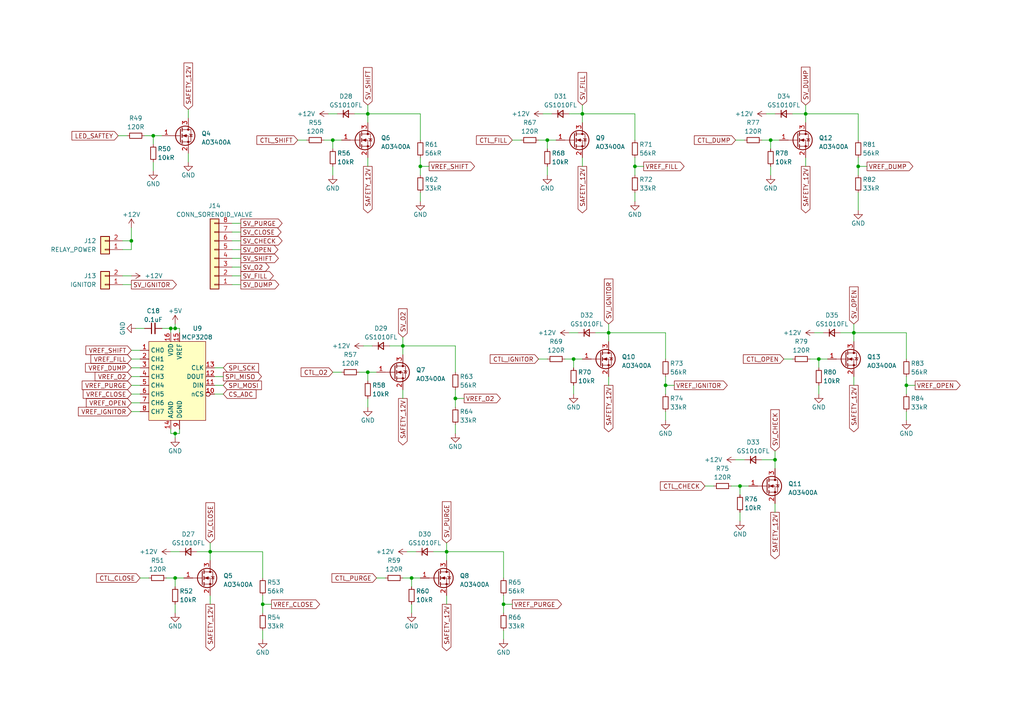
<source format=kicad_sch>
(kicad_sch (version 20231120) (generator "eeschema") (generator_version "8.0")
  (paper "A4")
  (lib_symbols
    (symbol "Connector_Generic:Conn_01x02" (pin_names (offset 1.016) hide)
      (property "Reference" "J" (at 0 2.54 0))
      (property "Value" "Conn_01x02" (at 0 -5.08 0))
      (symbol "Conn_01x02_1_1"
        (rectangle (start -1.27 -2.413) (end 0 -2.667) (stroke (width 0.1524)))
        (rectangle (start -1.27 0.127) (end 0 -0.127) (stroke (width 0.1524)))
        (rectangle (start -1.27 1.27) (end 1.27 -3.81) (stroke (width 0.254)) (fill (type background)))
        (pin passive line (at -5.08 0 0) (length 3.81) (name "Pin_1") (number "1"))
        (pin passive line (at -5.08 -2.54 0) (length 3.81) (name "Pin_2") (number "2"))
      )
    )
    (symbol "Connector_Generic:Conn_01x08" (pin_names (offset 1.016) hide)
      (property "Reference" "J" (at 0 10.16 0))
      (property "Value" "Conn_01x08" (at 0 -12.7 0))
      (symbol "Conn_01x08_1_1"
        (rectangle (start -1.27 -10.033) (end 0 -10.287) (stroke (width 0.1524)))
        (rectangle (start -1.27 -7.493) (end 0 -7.747) (stroke (width 0.1524)))
        (rectangle (start -1.27 -4.953) (end 0 -5.207) (stroke (width 0.1524)))
        (rectangle (start -1.27 -2.413) (end 0 -2.667) (stroke (width 0.1524)))
        (rectangle (start -1.27 0.127) (end 0 -0.127) (stroke (width 0.1524)))
        (rectangle (start -1.27 2.667) (end 0 2.413) (stroke (width 0.1524)))
        (rectangle (start -1.27 5.207) (end 0 4.953) (stroke (width 0.1524)))
        (rectangle (start -1.27 7.747) (end 0 7.493) (stroke (width 0.1524)))
        (rectangle (start -1.27 8.89) (end 1.27 -11.43) (stroke (width 0.254)) (fill (type background)))
        (pin passive line (at -5.08 7.62 0) (length 3.81) (name "Pin_1") (number "1"))
        (pin passive line (at -5.08 5.08 0) (length 3.81) (name "Pin_2") (number "2"))
        (pin passive line (at -5.08 2.54 0) (length 3.81) (name "Pin_3") (number "3"))
        (pin passive line (at -5.08 0 0) (length 3.81) (name "Pin_4") (number "4"))
        (pin passive line (at -5.08 -2.54 0) (length 3.81) (name "Pin_5") (number "5"))
        (pin passive line (at -5.08 -5.08 0) (length 3.81) (name "Pin_6") (number "6"))
        (pin passive line (at -5.08 -7.62 0) (length 3.81) (name "Pin_7") (number "7"))
        (pin passive line (at -5.08 -10.16 0) (length 3.81) (name "Pin_8") (number "8"))
      )
    )
    (symbol "Device:C_Small" (pin_numbers hide) (pin_names (offset 0.254) hide)
      (property "Reference" "C" (at 0.254 1.778 0))
      (property "Value" "C_Small" (at 0.254 -2.032 0))
      (symbol "C_Small_0_1"
        (polyline (pts (xy -1.524 -0.508) (xy 1.524 -0.508)) (stroke (width 0.3302)))
        (polyline (pts (xy -1.524 0.508) (xy 1.524 0.508)) (stroke (width 0.3048)))
      )
      (symbol "C_Small_1_1"
        (pin passive line (at 0 2.54 270) (length 2.032) (name "~") (number "1"))
        (pin passive line (at 0 -2.54 90) (length 2.032) (name "~") (number "2"))
      )
    )
    (symbol "Device:D_Small" (pin_numbers hide) (pin_names (offset 0.254) hide)
      (property "Reference" "D" (at -1.27 2.032 0))
      (property "Value" "D_Small" (at -3.81 -2.032 0))
      (symbol "D_Small_0_1"
        (polyline (pts (xy -0.762 -1.016) (xy -0.762 1.016)) (stroke (width 0.254)))
        (polyline (pts (xy -0.762 0) (xy 0.762 0)))
        (polyline (pts (xy 0.762 -1.016) (xy -0.762 0) (xy 0.762 1.016) (xy 0.762 -1.016)) (stroke (width 0.254)))
      )
      (symbol "D_Small_1_1"
        (pin passive line (at -2.54 0 0) (length 1.778) (name "K") (number "1"))
        (pin passive line (at 2.54 0 180) (length 1.778) (name "A") (number "2"))
      )
    )
    (symbol "Device:R_Small" (pin_numbers hide) (pin_names (offset 0.254) hide)
      (property "Reference" "R" (at 0.762 0.508 0))
      (property "Value" "R_Small" (at 0.762 -1.016 0))
      (symbol "R_Small_0_1"
        (rectangle (start -0.762 1.778) (end 0.762 -1.778) (stroke (width 0.2032)))
      )
      (symbol "R_Small_1_1"
        (pin passive line (at 0 2.54 270) (length 0.762) (name "~") (number "1"))
        (pin passive line (at 0 -2.54 90) (length 0.762) (name "~") (number "2"))
      )
    )
    (symbol "TSRP_Module:MCP3208"
      (property "Reference" "U" (at 1.27 1.27 0))
      (symbol "MCP3208_1_1"
        (rectangle (start 0 0) (end 16.51 -22.86) (fill (type background)))
        (pin input line (at -2.54 -2.54 0) (length 2.54) (name "CH0") (number "1"))
        (pin input inverted (at 19.05 -15.24 180) (length 2.54) (name "nCS") (number "10"))
        (pin input line (at 19.05 -12.7 180) (length 2.54) (name "DIN") (number "11"))
        (pin output line (at 19.05 -10.16 180) (length 2.54) (name "DOUT") (number "12"))
        (pin input line (at 19.05 -7.62 180) (length 2.54) (name "CLK") (number "13"))
        (pin power_in line (at 6.35 -25.4 90) (length 2.54) (name "AGND") (number "14"))
        (pin power_in line (at 8.89 2.54 270) (length 2.54) (name "VREF") (number "15"))
        (pin power_in line (at 6.35 2.54 270) (length 2.54) (name "VDD") (number "16"))
        (pin input line (at -2.54 -5.08 0) (length 2.54) (name "CH1") (number "2"))
        (pin input line (at -2.54 -7.62 0) (length 2.54) (name "CH2") (number "3"))
        (pin input line (at -2.54 -10.16 0) (length 2.54) (name "CH3") (number "4"))
        (pin input line (at -2.54 -12.7 0) (length 2.54) (name "CH4") (number "5"))
        (pin input line (at -2.54 -15.24 0) (length 2.54) (name "CH5") (number "6"))
        (pin input line (at -2.54 -17.78 0) (length 2.54) (name "CH6") (number "7"))
        (pin input line (at -2.54 -20.32 0) (length 2.54) (name "CH7") (number "8"))
        (pin power_in line (at 8.89 -25.4 90) (length 2.54) (name "DGND") (number "9"))
      )
    )
    (symbol "Transistor_FET:AO3400A" (pin_names hide)
      (property "Reference" "Q" (at 5.08 1.905 0))
      (property "Value" "AO3400A" (at 5.08 0 0))
      (symbol "AO3400A_0_1"
        (polyline (pts (xy 0.254 0) (xy -2.54 0)))
        (polyline (pts (xy 0.254 1.905) (xy 0.254 -1.905)) (stroke (width 0.254)))
        (polyline (pts (xy 0.762 -1.27) (xy 0.762 -2.286)) (stroke (width 0.254)))
        (polyline (pts (xy 0.762 0.508) (xy 0.762 -0.508)) (stroke (width 0.254)))
        (polyline (pts (xy 0.762 2.286) (xy 0.762 1.27)) (stroke (width 0.254)))
        (polyline (pts (xy 2.54 2.54) (xy 2.54 1.778)))
        (polyline (pts (xy 2.54 -2.54) (xy 2.54 0) (xy 0.762 0)))
        (polyline (pts (xy 0.762 -1.778) (xy 3.302 -1.778) (xy 3.302 1.778) (xy 0.762 1.778)))
        (polyline (pts (xy 1.016 0) (xy 2.032 0.381) (xy 2.032 -0.381) (xy 1.016 0)) (fill (type outline)))
        (polyline (pts (xy 2.794 0.508) (xy 2.921 0.381) (xy 3.683 0.381) (xy 3.81 0.254)))
        (polyline (pts (xy 3.302 0.381) (xy 2.921 -0.254) (xy 3.683 -0.254) (xy 3.302 0.381)))
        (circle (center 1.651 0) (radius 2.794) (stroke (width 0.254)))
        (circle (center 2.54 -1.778) (radius 0.254) (fill (type outline)))
        (circle (center 2.54 1.778) (radius 0.254) (fill (type outline)))
      )
      (symbol "AO3400A_1_1"
        (pin input line (at -5.08 0 0) (length 2.54) (name "G") (number "1"))
        (pin passive line (at 2.54 -5.08 90) (length 2.54) (name "S") (number "2"))
        (pin passive line (at 2.54 5.08 270) (length 2.54) (name "D") (number "3"))
      )
    )
    (symbol "power:+12V" (power) (pin_names (offset 0))
      (property "Value" "+12V" (at 0 3.556 0))
      (symbol "+12V_0_1"
        (polyline (pts (xy -0.762 1.27) (xy 0 2.54)))
        (polyline (pts (xy 0 0) (xy 0 2.54)))
        (polyline (pts (xy 0 2.54) (xy 0.762 1.27)))
      )
      (symbol "+12V_1_1"
        (pin power_in line (at 0 0 90) (length 0) hide (name "+12V") (number "1"))
      )
    )
    (symbol "power:+5V" (power) (pin_names (offset 0))
      (property "Value" "+5V" (at 0 3.556 0))
      (symbol "+5V_0_1"
        (polyline (pts (xy -0.762 1.27) (xy 0 2.54)))
        (polyline (pts (xy 0 0) (xy 0 2.54)))
        (polyline (pts (xy 0 2.54) (xy 0.762 1.27)))
      )
      (symbol "+5V_1_1"
        (pin power_in line (at 0 0 90) (length 0) hide (name "+5V") (number "1"))
      )
    )
    (symbol "power:GND" (power) (pin_names (offset 0))
      (property "Value" "GND" (at 0 -3.81 0))
      (symbol "GND_0_1"
        (polyline (pts (xy 0 0) (xy 0 -1.27) (xy 1.27 -1.27) (xy 0 -2.54) (xy -1.27 -1.27) (xy 0 -1.27)))
      )
      (symbol "GND_1_1"
        (pin power_in line (at 0 0 270) (length 0) hide (name "GND") (number "1"))
      )
    )
  )
  (junction (at 176.53 96.52))
  (junction (at 184.15 48.26))
  (junction (at 76.2 175.26))
  (junction (at 214.63 140.97))
  (junction (at 146.05 175.26))
  (junction (at 116.84 100.33))
  (junction (at 106.68 107.95))
  (junction (at 106.68 33.02))
  (junction (at 96.52 40.64))
  (junction (at 121.92 48.26))
  (junction (at 262.89 111.76))
  (junction (at 166.37 104.14))
  (junction (at 50.8 95.25))
  (junction (at 224.79 133.35))
  (junction (at 50.8 125.73))
  (junction (at 168.91 33.02))
  (junction (at 223.52 40.64))
  (junction (at 49.53 95.25))
  (junction (at 247.65 96.52))
  (junction (at 132.08 115.57))
  (junction (at 50.8 167.64))
  (junction (at 119.38 167.64))
  (junction (at 158.75 40.64))
  (junction (at 237.49 104.14))
  (junction (at 129.54 160.02))
  (junction (at 60.96 160.02))
  (junction (at 193.04 111.76))
  (junction (at 233.68 33.02))
  (junction (at 38.1 69.85))
  (junction (at 248.92 48.26))
  (junction (at 44.45 39.37))
  (wire (pts (xy 76.2 182.88) (xy 76.2 185.42)))
  (wire (pts (xy 265.43 111.76) (xy 262.89 111.76)))
  (wire (pts (xy 121.92 45.72) (xy 121.92 48.26)))
  (wire (pts (xy 220.98 133.35) (xy 224.79 133.35)))
  (wire (pts (xy 233.68 33.02) (xy 248.92 33.02)))
  (wire (pts (xy 168.91 30.48) (xy 168.91 33.02)))
  (wire (pts (xy 247.65 96.52) (xy 247.65 99.06)))
  (wire (pts (xy 262.89 109.22) (xy 262.89 111.76)))
  (wire (pts (xy 184.15 48.26) (xy 184.15 50.8)))
  (wire (pts (xy 212.09 140.97) (xy 214.63 140.97)))
  (wire (pts (xy 39.37 95.25) (xy 41.91 95.25)))
  (wire (pts (xy 54.61 44.45) (xy 54.61 46.99)))
  (wire (pts (xy 247.65 93.98) (xy 247.65 96.52)))
  (wire (pts (xy 96.52 43.18) (xy 96.52 40.64)))
  (wire (pts (xy 148.59 175.26) (xy 146.05 175.26)))
  (wire (pts (xy 233.68 35.56) (xy 233.68 33.02)))
  (wire (pts (xy 48.26 167.64) (xy 50.8 167.64)))
  (wire (pts (xy 262.89 96.52) (xy 262.89 104.14)))
  (wire (pts (xy 248.92 45.72) (xy 248.92 48.26)))
  (wire (pts (xy 93.98 40.64) (xy 96.52 40.64)))
  (wire (pts (xy 248.92 33.02) (xy 248.92 40.64)))
  (wire (pts (xy 158.75 40.64) (xy 161.29 40.64)))
  (wire (pts (xy 106.68 115.57) (xy 106.68 118.11)))
  (wire (pts (xy 168.91 45.72) (xy 168.91 48.26)))
  (wire (pts (xy 156.21 40.64) (xy 158.75 40.64)))
  (wire (pts (xy 38.1 109.22) (xy 40.64 109.22)))
  (wire (pts (xy 67.31 74.93) (xy 69.85 74.93)))
  (wire (pts (xy 57.15 160.02) (xy 60.96 160.02)))
  (wire (pts (xy 78.74 175.26) (xy 76.2 175.26)))
  (wire (pts (xy 38.1 111.76) (xy 40.64 111.76)))
  (wire (pts (xy 166.37 106.68) (xy 166.37 104.14)))
  (wire (pts (xy 248.92 48.26) (xy 248.92 50.8)))
  (wire (pts (xy 44.45 41.91) (xy 44.45 39.37)))
  (wire (pts (xy 119.38 175.26) (xy 119.38 177.8)))
  (wire (pts (xy 50.8 125.73) (xy 50.8 127)))
  (wire (pts (xy 38.1 119.38) (xy 40.64 119.38)))
  (wire (pts (xy 132.08 123.19) (xy 132.08 125.73)))
  (wire (pts (xy 251.46 48.26) (xy 248.92 48.26)))
  (wire (pts (xy 86.36 40.64) (xy 88.9 40.64)))
  (wire (pts (xy 223.52 40.64) (xy 226.06 40.64)))
  (wire (pts (xy 113.03 100.33) (xy 116.84 100.33)))
  (wire (pts (xy 146.05 182.88) (xy 146.05 185.42)))
  (wire (pts (xy 132.08 100.33) (xy 132.08 107.95)))
  (wire (pts (xy 44.45 39.37) (xy 46.99 39.37)))
  (wire (pts (xy 121.92 48.26) (xy 121.92 50.8)))
  (wire (pts (xy 50.8 93.98) (xy 50.8 95.25)))
  (wire (pts (xy 223.52 48.26) (xy 223.52 50.8)))
  (wire (pts (xy 106.68 33.02) (xy 106.68 35.56)))
  (wire (pts (xy 233.68 30.48) (xy 233.68 33.02)))
  (wire (pts (xy 121.92 48.26) (xy 124.46 48.26)))
  (wire (pts (xy 166.37 111.76) (xy 166.37 114.3)))
  (wire (pts (xy 193.04 119.38) (xy 193.04 121.92)))
  (wire (pts (xy 52.07 125.73) (xy 52.07 124.46)))
  (wire (pts (xy 76.2 160.02) (xy 76.2 167.64)))
  (wire (pts (xy 195.58 111.76) (xy 193.04 111.76)))
  (wire (pts (xy 236.22 96.52) (xy 238.76 96.52)))
  (wire (pts (xy 105.41 100.33) (xy 107.95 100.33)))
  (wire (pts (xy 38.1 114.3) (xy 40.64 114.3)))
  (wire (pts (xy 121.92 33.02) (xy 121.92 40.64)))
  (wire (pts (xy 129.54 160.02) (xy 129.54 162.56)))
  (wire (pts (xy 67.31 67.31) (xy 69.85 67.31)))
  (wire (pts (xy 121.92 55.88) (xy 121.92 58.42)))
  (wire (pts (xy 193.04 96.52) (xy 176.53 96.52)))
  (wire (pts (xy 49.53 160.02) (xy 52.07 160.02)))
  (wire (pts (xy 237.49 111.76) (xy 237.49 114.3)))
  (wire (pts (xy 38.1 69.85) (xy 35.56 69.85)))
  (wire (pts (xy 125.73 160.02) (xy 129.54 160.02)))
  (wire (pts (xy 116.84 100.33) (xy 116.84 102.87)))
  (wire (pts (xy 35.56 82.55) (xy 38.1 82.55)))
  (wire (pts (xy 262.89 96.52) (xy 247.65 96.52)))
  (wire (pts (xy 46.99 95.25) (xy 49.53 95.25)))
  (wire (pts (xy 40.64 167.64) (xy 43.18 167.64)))
  (wire (pts (xy 132.08 115.57) (xy 132.08 118.11)))
  (wire (pts (xy 163.83 104.14) (xy 166.37 104.14)))
  (wire (pts (xy 234.95 104.14) (xy 237.49 104.14)))
  (wire (pts (xy 224.79 133.35) (xy 224.79 135.89)))
  (wire (pts (xy 176.53 96.52) (xy 176.53 99.06)))
  (wire (pts (xy 50.8 170.18) (xy 50.8 167.64)))
  (wire (pts (xy 168.91 33.02) (xy 168.91 35.56)))
  (wire (pts (xy 213.36 133.35) (xy 215.9 133.35)))
  (wire (pts (xy 62.23 109.22) (xy 64.77 109.22)))
  (wire (pts (xy 50.8 125.73) (xy 52.07 125.73)))
  (wire (pts (xy 60.96 172.72) (xy 60.96 175.26)))
  (wire (pts (xy 54.61 31.75) (xy 54.61 34.29)))
  (wire (pts (xy 262.89 119.38) (xy 262.89 121.92)))
  (wire (pts (xy 184.15 33.02) (xy 184.15 40.64)))
  (wire (pts (xy 67.31 64.77) (xy 69.85 64.77)))
  (wire (pts (xy 116.84 97.79) (xy 116.84 100.33)))
  (wire (pts (xy 62.23 111.76) (xy 64.77 111.76)))
  (wire (pts (xy 157.48 33.02) (xy 160.02 33.02)))
  (wire (pts (xy 95.25 33.02) (xy 97.79 33.02)))
  (wire (pts (xy 38.1 104.14) (xy 40.64 104.14)))
  (wire (pts (xy 118.11 160.02) (xy 120.65 160.02)))
  (wire (pts (xy 49.53 124.46) (xy 49.53 125.73)))
  (wire (pts (xy 106.68 110.49) (xy 106.68 107.95)))
  (wire (pts (xy 146.05 172.72) (xy 146.05 175.26)))
  (wire (pts (xy 116.84 167.64) (xy 119.38 167.64)))
  (wire (pts (xy 129.54 157.48) (xy 129.54 160.02)))
  (wire (pts (xy 237.49 106.68) (xy 237.49 104.14)))
  (wire (pts (xy 134.62 115.57) (xy 132.08 115.57)))
  (wire (pts (xy 50.8 167.64) (xy 53.34 167.64)))
  (wire (pts (xy 104.14 107.95) (xy 106.68 107.95)))
  (wire (pts (xy 67.31 72.39) (xy 69.85 72.39)))
  (wire (pts (xy 193.04 96.52) (xy 193.04 104.14)))
  (wire (pts (xy 129.54 172.72) (xy 129.54 175.26)))
  (wire (pts (xy 146.05 175.26) (xy 146.05 177.8)))
  (wire (pts (xy 229.87 33.02) (xy 233.68 33.02)))
  (wire (pts (xy 35.56 72.39) (xy 38.1 72.39)))
  (wire (pts (xy 67.31 77.47) (xy 69.85 77.47)))
  (wire (pts (xy 214.63 140.97) (xy 217.17 140.97)))
  (wire (pts (xy 50.8 175.26) (xy 50.8 177.8)))
  (wire (pts (xy 214.63 148.59) (xy 214.63 151.13)))
  (wire (pts (xy 158.75 43.18) (xy 158.75 40.64)))
  (wire (pts (xy 106.68 45.72) (xy 106.68 48.26)))
  (wire (pts (xy 184.15 55.88) (xy 184.15 58.42)))
  (wire (pts (xy 119.38 170.18) (xy 119.38 167.64)))
  (wire (pts (xy 49.53 125.73) (xy 50.8 125.73)))
  (wire (pts (xy 156.21 104.14) (xy 158.75 104.14)))
  (wire (pts (xy 52.07 95.25) (xy 50.8 95.25)))
  (wire (pts (xy 38.1 72.39) (xy 38.1 69.85)))
  (wire (pts (xy 62.23 114.3) (xy 64.77 114.3)))
  (wire (pts (xy 184.15 33.02) (xy 168.91 33.02)))
  (wire (pts (xy 165.1 96.52) (xy 167.64 96.52)))
  (wire (pts (xy 44.45 46.99) (xy 44.45 49.53)))
  (wire (pts (xy 214.63 143.51) (xy 214.63 140.97)))
  (wire (pts (xy 248.92 55.88) (xy 248.92 60.96)))
  (wire (pts (xy 146.05 160.02) (xy 129.54 160.02)))
  (wire (pts (xy 176.53 93.98) (xy 176.53 96.52)))
  (wire (pts (xy 224.79 130.81) (xy 224.79 133.35)))
  (wire (pts (xy 158.75 48.26) (xy 158.75 50.8)))
  (wire (pts (xy 52.07 96.52) (xy 52.07 95.25)))
  (wire (pts (xy 243.84 96.52) (xy 247.65 96.52)))
  (wire (pts (xy 34.29 39.37) (xy 36.83 39.37)))
  (wire (pts (xy 247.65 109.22) (xy 247.65 111.76)))
  (wire (pts (xy 76.2 160.02) (xy 60.96 160.02)))
  (wire (pts (xy 193.04 111.76) (xy 193.04 114.3)))
  (wire (pts (xy 109.22 167.64) (xy 111.76 167.64)))
  (wire (pts (xy 41.91 39.37) (xy 44.45 39.37)))
  (wire (pts (xy 96.52 107.95) (xy 99.06 107.95)))
  (wire (pts (xy 222.25 33.02) (xy 224.79 33.02)))
  (wire (pts (xy 121.92 33.02) (xy 106.68 33.02)))
  (wire (pts (xy 233.68 45.72) (xy 233.68 48.26)))
  (wire (pts (xy 132.08 113.03) (xy 132.08 115.57)))
  (wire (pts (xy 60.96 157.48) (xy 60.96 160.02)))
  (wire (pts (xy 204.47 140.97) (xy 207.01 140.97)))
  (wire (pts (xy 50.8 95.25) (xy 49.53 95.25)))
  (wire (pts (xy 38.1 66.04) (xy 38.1 69.85)))
  (wire (pts (xy 184.15 45.72) (xy 184.15 48.26)))
  (wire (pts (xy 237.49 104.14) (xy 240.03 104.14)))
  (wire (pts (xy 38.1 101.6) (xy 40.64 101.6)))
  (wire (pts (xy 146.05 160.02) (xy 146.05 167.64)))
  (wire (pts (xy 38.1 106.68) (xy 40.64 106.68)))
  (wire (pts (xy 106.68 30.48) (xy 106.68 33.02)))
  (wire (pts (xy 227.33 104.14) (xy 229.87 104.14)))
  (wire (pts (xy 119.38 167.64) (xy 121.92 167.64)))
  (wire (pts (xy 172.72 96.52) (xy 176.53 96.52)))
  (wire (pts (xy 76.2 175.26) (xy 76.2 177.8)))
  (wire (pts (xy 106.68 107.95) (xy 109.22 107.95)))
  (wire (pts (xy 148.59 40.64) (xy 151.13 40.64)))
  (wire (pts (xy 49.53 95.25) (xy 49.53 96.52)))
  (wire (pts (xy 60.96 160.02) (xy 60.96 162.56)))
  (wire (pts (xy 102.87 33.02) (xy 106.68 33.02)))
  (wire (pts (xy 213.36 40.64) (xy 215.9 40.64)))
  (wire (pts (xy 166.37 104.14) (xy 168.91 104.14)))
  (wire (pts (xy 67.31 82.55) (xy 69.85 82.55)))
  (wire (pts (xy 96.52 48.26) (xy 96.52 50.8)))
  (wire (pts (xy 67.31 80.01) (xy 69.85 80.01)))
  (wire (pts (xy 38.1 116.84) (xy 40.64 116.84)))
  (wire (pts (xy 67.31 69.85) (xy 69.85 69.85)))
  (wire (pts (xy 193.04 109.22) (xy 193.04 111.76)))
  (wire (pts (xy 165.1 33.02) (xy 168.91 33.02)))
  (wire (pts (xy 62.23 106.68) (xy 64.77 106.68)))
  (wire (pts (xy 220.98 40.64) (xy 223.52 40.64)))
  (wire (pts (xy 223.52 43.18) (xy 223.52 40.64)))
  (wire (pts (xy 186.69 48.26) (xy 184.15 48.26)))
  (wire (pts (xy 132.08 100.33) (xy 116.84 100.33)))
  (wire (pts (xy 224.79 146.05) (xy 224.79 148.59)))
  (wire (pts (xy 116.84 113.03) (xy 116.84 115.57)))
  (wire (pts (xy 176.53 109.22) (xy 176.53 111.76)))
  (wire (pts (xy 35.56 80.01) (xy 38.1 80.01)))
  (wire (pts (xy 76.2 172.72) (xy 76.2 175.26)))
  (wire (pts (xy 262.89 111.76) (xy 262.89 114.3)))
  (wire (pts (xy 96.52 40.64) (xy 99.06 40.64)))
  (global_label "VREF_CLOSE" (shape output) (at 78.74 175.26 0) (property "Intersheetrefs" "${INTERSHEET_REFS}" (effects (hide yes))))
  (global_label "VREF_PURGE" (shape input) (at 38.1 111.76 180) (property "Intersheetrefs" "${INTERSHEET_REFS}" (effects (hide yes))))
  (global_label "SV_CLOSE" (shape output) (at 69.85 67.31 0) (property "Intersheetrefs" "${INTERSHEET_REFS}" (effects (hide yes))))
  (global_label "SAFETY_12V" (shape output) (at 233.68 48.26 270) (property "Intersheetrefs" "${INTERSHEET_REFS}" (effects (hide yes))))
  (global_label "SV_OPEN" (shape output) (at 69.85 72.39 0) (property "Intersheetrefs" "${INTERSHEET_REFS}" (effects (hide yes))))
  (global_label "SV_DUMP" (shape input) (at 233.68 30.48 90) (property "Intersheetrefs" "${INTERSHEET_REFS}" (effects (hide yes))))
  (global_label "CTL_SHIFT" (shape input) (at 86.36 40.64 180) (property "Intersheetrefs" "${INTERSHEET_REFS}" (effects (hide yes))))
  (global_label "SAFETY_12V" (shape output) (at 106.68 48.26 270) (property "Intersheetrefs" "${INTERSHEET_REFS}" (effects (hide yes))))
  (global_label "SAFETY_12V" (shape output) (at 168.91 48.26 270) (property "Intersheetrefs" "${INTERSHEET_REFS}" (effects (hide yes))))
  (global_label "SAFETY_12V" (shape input) (at 54.61 31.75 90) (property "Intersheetrefs" "${INTERSHEET_REFS}" (effects (hide yes))))
  (global_label "VREF_DUMP" (shape output) (at 251.46 48.26 0) (property "Intersheetrefs" "${INTERSHEET_REFS}" (effects (hide yes))))
  (global_label "SV_OPEN" (shape input) (at 247.65 93.98 90) (property "Intersheetrefs" "${INTERSHEET_REFS}" (effects (hide yes))))
  (global_label "SV_IGNITOR" (shape output) (at 38.1 82.55 0) (property "Intersheetrefs" "${INTERSHEET_REFS}" (effects (hide yes))))
  (global_label "SAFETY_12V" (shape output) (at 129.54 175.26 270) (property "Intersheetrefs" "${INTERSHEET_REFS}" (effects (hide yes))))
  (global_label "VREF_SHIFT" (shape input) (at 38.1 101.6 180) (property "Intersheetrefs" "${INTERSHEET_REFS}" (effects (hide yes))))
  (global_label "VREF_FILL" (shape output) (at 186.69 48.26 0) (property "Intersheetrefs" "${INTERSHEET_REFS}" (effects (hide yes))))
  (global_label "VREF_OPEN" (shape input) (at 38.1 116.84 180) (property "Intersheetrefs" "${INTERSHEET_REFS}" (effects (hide yes))))
  (global_label "SV_PURGE" (shape output) (at 69.85 64.77 0) (property "Intersheetrefs" "${INTERSHEET_REFS}" (effects (hide yes))))
  (global_label "CS_ADC" (shape input) (at 64.77 114.3 0) (property "Intersheetrefs" "${INTERSHEET_REFS}" (effects (hide yes))))
  (global_label "SV_DUMP" (shape output) (at 69.85 82.55 0) (property "Intersheetrefs" "${INTERSHEET_REFS}" (effects (hide yes))))
  (global_label "SAFETY_12V" (shape output) (at 176.53 111.76 270) (property "Intersheetrefs" "${INTERSHEET_REFS}" (effects (hide yes))))
  (global_label "SV_PURGE" (shape input) (at 129.54 157.48 90) (property "Intersheetrefs" "${INTERSHEET_REFS}" (effects (hide yes))))
  (global_label "SV_O2" (shape input) (at 116.84 97.79 90) (property "Intersheetrefs" "${INTERSHEET_REFS}" (effects (hide yes))))
  (global_label "SAFETY_12V" (shape output) (at 116.84 115.57 270) (property "Intersheetrefs" "${INTERSHEET_REFS}" (effects (hide yes))))
  (global_label "CTL_FILL" (shape input) (at 148.59 40.64 180) (property "Intersheetrefs" "${INTERSHEET_REFS}" (effects (hide yes))))
  (global_label "VREF_FILL" (shape input) (at 38.1 104.14 180) (property "Intersheetrefs" "${INTERSHEET_REFS}" (effects (hide yes))))
  (global_label "SV_SHIFT" (shape input) (at 106.68 30.48 90) (property "Intersheetrefs" "${INTERSHEET_REFS}" (effects (hide yes))))
  (global_label "VREF_SHIFT" (shape output) (at 124.46 48.26 0) (property "Intersheetrefs" "${INTERSHEET_REFS}" (effects (hide yes))))
  (global_label "CTL_PURGE" (shape input) (at 109.22 167.64 180) (property "Intersheetrefs" "${INTERSHEET_REFS}" (effects (hide yes))))
  (global_label "CTL_OPEN" (shape input) (at 227.33 104.14 180) (property "Intersheetrefs" "${INTERSHEET_REFS}" (effects (hide yes))))
  (global_label "VREF_OPEN" (shape output) (at 265.43 111.76 0) (property "Intersheetrefs" "${INTERSHEET_REFS}" (effects (hide yes))))
  (global_label "LED_SAFTEY" (shape input) (at 34.29 39.37 180) (property "Intersheetrefs" "${INTERSHEET_REFS}" (effects (hide yes))))
  (global_label "SPI_SCK" (shape input) (at 64.77 106.68 0) (property "Intersheetrefs" "${INTERSHEET_REFS}" (effects (hide yes))))
  (global_label "SV_O2" (shape output) (at 69.85 77.47 0) (property "Intersheetrefs" "${INTERSHEET_REFS}" (effects (hide yes))))
  (global_label "VREF_O2" (shape output) (at 134.62 115.57 0) (property "Intersheetrefs" "${INTERSHEET_REFS}" (effects (hide yes))))
  (global_label "SAFETY_12V" (shape output) (at 224.79 148.59 270) (property "Intersheetrefs" "${INTERSHEET_REFS}" (effects (hide yes))))
  (global_label "SV_FILL" (shape output) (at 69.85 80.01 0) (property "Intersheetrefs" "${INTERSHEET_REFS}" (effects (hide yes))))
  (global_label "VREF_CLOSE" (shape input) (at 38.1 114.3 180) (property "Intersheetrefs" "${INTERSHEET_REFS}" (effects (hide yes))))
  (global_label "SV_SHIFT" (shape output) (at 69.85 74.93 0) (property "Intersheetrefs" "${INTERSHEET_REFS}" (effects (hide yes))))
  (global_label "CTL_CLOSE" (shape input) (at 40.64 167.64 180) (property "Intersheetrefs" "${INTERSHEET_REFS}" (effects (hide yes))))
  (global_label "SPI_MISO" (shape output) (at 64.77 109.22 0) (property "Intersheetrefs" "${INTERSHEET_REFS}" (effects (hide yes))))
  (global_label "VREF_IGNITOR" (shape output) (at 195.58 111.76 0) (property "Intersheetrefs" "${INTERSHEET_REFS}" (effects (hide yes))))
  (global_label "CTL_O2" (shape input) (at 96.52 107.95 180) (property "Intersheetrefs" "${INTERSHEET_REFS}" (effects (hide yes))))
  (global_label "SV_FILL" (shape input) (at 168.91 30.48 90) (property "Intersheetrefs" "${INTERSHEET_REFS}" (effects (hide yes))))
  (global_label "CTL_DUMP" (shape input) (at 213.36 40.64 180) (property "Intersheetrefs" "${INTERSHEET_REFS}" (effects (hide yes))))
  (global_label "VREF_O2" (shape input) (at 38.1 109.22 180) (property "Intersheetrefs" "${INTERSHEET_REFS}" (effects (hide yes))))
  (global_label "SV_CLOSE" (shape input) (at 60.96 157.48 90) (property "Intersheetrefs" "${INTERSHEET_REFS}" (effects (hide yes))))
  (global_label "VREF_DUMP" (shape input) (at 38.1 106.68 180) (property "Intersheetrefs" "${INTERSHEET_REFS}" (effects (hide yes))))
  (global_label "SV_IGNITOR" (shape input) (at 176.53 93.98 90) (property "Intersheetrefs" "${INTERSHEET_REFS}" (effects (hide yes))))
  (global_label "VREF_PURGE" (shape output) (at 148.59 175.26 0) (property "Intersheetrefs" "${INTERSHEET_REFS}" (effects (hide yes))))
  (global_label "SV_CHECK" (shape input) (at 224.79 130.81 90) (property "Intersheetrefs" "${INTERSHEET_REFS}" (effects (hide yes))))
  (global_label "SV_CHECK" (shape output) (at 69.85 69.85 0) (property "Intersheetrefs" "${INTERSHEET_REFS}" (effects (hide yes))))
  (global_label "CTL_IGNITOR" (shape input) (at 156.21 104.14 180) (property "Intersheetrefs" "${INTERSHEET_REFS}" (effects (hide yes))))
  (global_label "SAFETY_12V" (shape output) (at 247.65 111.76 270) (property "Intersheetrefs" "${INTERSHEET_REFS}" (effects (hide yes))))
  (global_label "VREF_IGNITOR" (shape input) (at 38.1 119.38 180) (property "Intersheetrefs" "${INTERSHEET_REFS}" (effects (hide yes))))
  (global_label "CTL_CHECK" (shape input) (at 204.47 140.97 180) (property "Intersheetrefs" "${INTERSHEET_REFS}" (effects (hide yes))))
  (global_label "SAFETY_12V" (shape output) (at 60.96 175.26 270) (property "Intersheetrefs" "${INTERSHEET_REFS}" (effects (hide yes))))
  (global_label "SPI_MOSI" (shape input) (at 64.77 111.76 0) (property "Intersheetrefs" "${INTERSHEET_REFS}" (effects (hide yes))))
  (symbol (lib_id "Transistor_FET:AO3400A") (at 245.11 104.14 0) (unit 1)
    (property "Reference" "Q13" (at 251.46 103.505 0) (effects (justify left)))
    (property "Value" "AO3400A" (at 251.46 106.045 0) (effects (justify left)))
    (property "Footprint" "Package_TO_SOT_SMD:SOT-23" (effects (hide yes)))
    (property "Datasheet" "http://www.aosmd.com/pdfs/datasheet/AO3400A.pdf" (effects (hide yes)))
  )
  (symbol (lib_id "Device:R_Small") (at 237.49 109.22 180) (unit 1)
    (property "Reference" "R80" (at 238.76 107.95 0) (effects (justify right)))
    (property "Value" "10kR" (at 238.76 110.49 0) (effects (justify right)))
    (property "Footprint" "Resistor_SMD:R_0603_1608Metric_Pad0.98x0.95mm_HandSolder" (effects (hide yes)))
    (property "Datasheet" "https://www.chip1stop.com/view/dispDetail/DispDetail?partId=ROHM-0021097" (effects (hide yes)))
  )
  (symbol (lib_id "Device:R_Small") (at 121.92 53.34 180) (unit 1)
    (property "Reference" "R62" (at 123.19 52.07 0) (effects (justify right)))
    (property "Value" "33kR" (at 123.19 54.61 0) (effects (justify right)))
    (property "Footprint" "Resistor_SMD:R_0603_1608Metric_Pad0.98x0.95mm_HandSolder" (effects (hide yes)))
    (property "Datasheet" "https://www.chip1stop.com/view/dispDetail/DispDetail?partId=ROHM-0021097" (effects (hide yes)))
  )
  (symbol (lib_id "Transistor_FET:AO3400A") (at 127 167.64 0) (unit 1)
    (property "Reference" "Q8" (at 133.35 167.005 0) (effects (justify left)))
    (property "Value" "AO3400A" (at 133.35 169.545 0) (effects (justify left)))
    (property "Footprint" "Package_TO_SOT_SMD:SOT-23" (effects (hide yes)))
    (property "Datasheet" "http://www.aosmd.com/pdfs/datasheet/AO3400A.pdf" (effects (hide yes)))
  )
  (symbol (lib_id "Device:R_Small") (at 262.89 116.84 180) (unit 1)
    (property "Reference" "R84" (at 264.16 115.57 0) (effects (justify right)))
    (property "Value" "33kR" (at 264.16 118.11 0) (effects (justify right)))
    (property "Footprint" "Resistor_SMD:R_0603_1608Metric_Pad0.98x0.95mm_HandSolder" (effects (hide yes)))
    (property "Datasheet" "https://www.chip1stop.com/view/dispDetail/DispDetail?partId=ROHM-0021097" (effects (hide yes)))
  )
  (symbol (lib_id "Device:D_Small") (at 241.3 96.52 0) (unit 1)
    (property "Reference" "D35" (at 241.3 91.44 0))
    (property "Value" "GS1010FL" (at 241.3 93.98 0))
    (property "Footprint" "Diode_SMD:D_SOD-123F" (effects (hide yes)))
    (property "Datasheet" "https://akizukidenshi.com/catalog/g/gI-06014/" (effects (hide yes)))
  )
  (symbol (lib_id "Device:R_Small") (at 158.75 45.72 180) (unit 1)
    (property "Reference" "R68" (at 160.02 44.45 0) (effects (justify right)))
    (property "Value" "10kR" (at 160.02 46.99 0) (effects (justify right)))
    (property "Footprint" "Resistor_SMD:R_0603_1608Metric_Pad0.98x0.95mm_HandSolder" (effects (hide yes)))
    (property "Datasheet" "https://www.chip1stop.com/view/dispDetail/DispDetail?partId=ROHM-0021097" (effects (hide yes)))
  )
  (symbol (lib_id "Device:D_Small") (at 100.33 33.02 0) (unit 1)
    (property "Reference" "D28" (at 100.33 27.94 0))
    (property "Value" "GS1010FL" (at 100.33 30.48 0))
    (property "Footprint" "Diode_SMD:D_SOD-123F" (effects (hide yes)))
    (property "Datasheet" "https://akizukidenshi.com/catalog/g/gI-06014/" (effects (hide yes)))
  )
  (symbol (lib_id "power:GND") (at 106.68 118.11 0) (unit 1)
    (property "Reference" "#PWR096" (effects (hide yes)))
    (property "Value" "GND" (at 106.68 121.92 0))
  )
  (symbol (lib_id "power:+12V") (at 157.48 33.02 90) (unit 1)
    (property "Reference" "#PWR0102" (effects (hide yes)))
    (property "Value" "+12V" (at 153.67 33.0199 90) (effects (justify left)))
  )
  (symbol (lib_id "power:GND") (at 39.37 95.25 270) (unit 1)
    (property "Reference" "#PWR085" (effects (hide yes)))
    (property "Value" "GND" (at 35.56 95.25 0))
  )
  (symbol (lib_id "Device:R_Small") (at 106.68 113.03 180) (unit 1)
    (property "Reference" "R58" (at 107.95 111.76 0) (effects (justify right)))
    (property "Value" "10kR" (at 107.95 114.3 0) (effects (justify right)))
    (property "Footprint" "Resistor_SMD:R_0603_1608Metric_Pad0.98x0.95mm_HandSolder" (effects (hide yes)))
    (property "Datasheet" "https://www.chip1stop.com/view/dispDetail/DispDetail?partId=ROHM-0021097" (effects (hide yes)))
  )
  (symbol (lib_id "power:+5V") (at 50.8 93.98 0) (unit 1)
    (property "Reference" "#PWR088" (effects (hide yes)))
    (property "Value" "+5V" (at 50.8 90.17 0))
  )
  (symbol (lib_id "Device:R_Small") (at 184.15 43.18 180) (unit 1)
    (property "Reference" "R71" (at 185.42 41.91 0) (effects (justify right)))
    (property "Value" "56kR" (at 185.42 44.45 0) (effects (justify right)))
    (property "Footprint" "Resistor_SMD:R_0603_1608Metric_Pad0.98x0.95mm_HandSolder" (effects (hide yes)))
    (property "Datasheet" "https://www.chip1stop.com/view/dispDetail/DispDetail?partId=ROHM-0021097" (effects (hide yes)))
  )
  (symbol (lib_id "Connector_Generic:Conn_01x08") (at 62.23 74.93 180) (unit 1)
    (property "Reference" "J14" (at 62.23 59.69 0))
    (property "Value" "CONN_SORENOID_VALVE" (at 62.23 62.23 0))
    (property "Footprint" "TSRP_Connector_Hirose:DF51A-8DP-2DS" (effects (hide yes)))
  )
  (symbol (lib_id "Device:R_Small") (at 146.05 170.18 180) (unit 1)
    (property "Reference" "R65" (at 147.32 168.91 0) (effects (justify right)))
    (property "Value" "56kR" (at 147.32 171.45 0) (effects (justify right)))
    (property "Footprint" "Resistor_SMD:R_0603_1608Metric_Pad0.98x0.95mm_HandSolder" (effects (hide yes)))
    (property "Datasheet" "https://www.chip1stop.com/view/dispDetail/DispDetail?partId=ROHM-0021097" (effects (hide yes)))
  )
  (symbol (lib_id "Device:R_Small") (at 39.37 39.37 90) (unit 1)
    (property "Reference" "R49" (at 39.37 34.29 90))
    (property "Value" "120R" (at 39.37 36.83 90))
    (property "Footprint" "Resistor_SMD:R_0603_1608Metric_Pad0.98x0.95mm_HandSolder" (effects (hide yes)))
    (property "Datasheet" "https://www.chip1stop.com/view/dispDetail/DispDetail?partId=ROHM-0021097" (effects (hide yes)))
  )
  (symbol (lib_id "power:GND") (at 184.15 58.42 0) (unit 1)
    (property "Reference" "#PWR0106" (effects (hide yes)))
    (property "Value" "GND" (at 184.15 62.23 0))
  )
  (symbol (lib_id "power:GND") (at 119.38 177.8 0) (unit 1)
    (property "Reference" "#PWR098" (effects (hide yes)))
    (property "Value" "GND" (at 119.38 181.61 0))
  )
  (symbol (lib_id "power:GND") (at 146.05 185.42 0) (unit 1)
    (property "Reference" "#PWR0101" (effects (hide yes)))
    (property "Value" "GND" (at 146.05 189.23 0))
  )
  (symbol (lib_id "power:GND") (at 50.8 127 0) (unit 1)
    (property "Reference" "#PWR089" (effects (hide yes)))
    (property "Value" "GND" (at 50.8 130.81 0))
  )
  (symbol (lib_id "Device:R_Small") (at 146.05 180.34 180) (unit 1)
    (property "Reference" "R66" (at 147.32 179.07 0) (effects (justify right)))
    (property "Value" "33kR" (at 147.32 181.61 0) (effects (justify right)))
    (property "Footprint" "Resistor_SMD:R_0603_1608Metric_Pad0.98x0.95mm_HandSolder" (effects (hide yes)))
    (property "Datasheet" "https://www.chip1stop.com/view/dispDetail/DispDetail?partId=ROHM-0021097" (effects (hide yes)))
  )
  (symbol (lib_id "power:GND") (at 54.61 46.99 0) (unit 1)
    (property "Reference" "#PWR091" (effects (hide yes)))
    (property "Value" "GND" (at 54.61 50.8 0))
  )
  (symbol (lib_id "power:GND") (at 214.63 151.13 0) (unit 1)
    (property "Reference" "#PWR0109" (effects (hide yes)))
    (property "Value" "GND" (at 214.63 154.94 0))
  )
  (symbol (lib_id "Device:R_Small") (at 76.2 180.34 180) (unit 1)
    (property "Reference" "R54" (at 77.47 179.07 0) (effects (justify right)))
    (property "Value" "33kR" (at 77.47 181.61 0) (effects (justify right)))
    (property "Footprint" "Resistor_SMD:R_0603_1608Metric_Pad0.98x0.95mm_HandSolder" (effects (hide yes)))
    (property "Datasheet" "https://www.chip1stop.com/view/dispDetail/DispDetail?partId=ROHM-0021097" (effects (hide yes)))
  )
  (symbol (lib_id "Device:R_Small") (at 121.92 43.18 180) (unit 1)
    (property "Reference" "R61" (at 123.19 41.91 0) (effects (justify right)))
    (property "Value" "56kR" (at 123.19 44.45 0) (effects (justify right)))
    (property "Footprint" "Resistor_SMD:R_0603_1608Metric_Pad0.98x0.95mm_HandSolder" (effects (hide yes)))
    (property "Datasheet" "https://www.chip1stop.com/view/dispDetail/DispDetail?partId=ROHM-0021097" (effects (hide yes)))
  )
  (symbol (lib_id "power:+12V") (at 38.1 66.04 0) (unit 1)
    (property "Reference" "#PWR083" (effects (hide yes)))
    (property "Value" "+12V" (at 38.1 62.23 0))
  )
  (symbol (lib_id "Device:R_Small") (at 166.37 109.22 180) (unit 1)
    (property "Reference" "R70" (at 167.64 107.95 0) (effects (justify right)))
    (property "Value" "10kR" (at 167.64 110.49 0) (effects (justify right)))
    (property "Footprint" "Resistor_SMD:R_0603_1608Metric_Pad0.98x0.95mm_HandSolder" (effects (hide yes)))
    (property "Datasheet" "https://www.chip1stop.com/view/dispDetail/DispDetail?partId=ROHM-0021097" (effects (hide yes)))
  )
  (symbol (lib_id "power:+12V") (at 213.36 133.35 90) (unit 1)
    (property "Reference" "#PWR0108" (effects (hide yes)))
    (property "Value" "+12V" (at 209.55 133.3499 90) (effects (justify left)))
  )
  (symbol (lib_id "power:+12V") (at 49.53 160.02 90) (unit 1)
    (property "Reference" "#PWR087" (effects (hide yes)))
    (property "Value" "+12V" (at 45.72 160.0199 90) (effects (justify left)))
  )
  (symbol (lib_id "power:GND") (at 193.04 121.92 0) (unit 1)
    (property "Reference" "#PWR0107" (effects (hide yes)))
    (property "Value" "GND" (at 193.04 125.73 0))
  )
  (symbol (lib_id "Device:R_Small") (at 209.55 140.97 90) (unit 1)
    (property "Reference" "R75" (at 209.55 135.89 90))
    (property "Value" "120R" (at 209.55 138.43 90))
    (property "Footprint" "Resistor_SMD:R_0603_1608Metric_Pad0.98x0.95mm_HandSolder" (effects (hide yes)))
    (property "Datasheet" "https://www.chip1stop.com/view/dispDetail/DispDetail?partId=ROHM-0021097" (effects (hide yes)))
  )
  (symbol (lib_id "power:+12V") (at 105.41 100.33 90) (unit 1)
    (property "Reference" "#PWR095" (effects (hide yes)))
    (property "Value" "+12V" (at 101.6 100.3299 90) (effects (justify left)))
  )
  (symbol (lib_id "Device:D_Small") (at 218.44 133.35 0) (unit 1)
    (property "Reference" "D33" (at 218.44 128.27 0))
    (property "Value" "GS1010FL" (at 218.44 130.81 0))
    (property "Footprint" "Diode_SMD:D_SOD-123F" (effects (hide yes)))
    (property "Datasheet" "https://akizukidenshi.com/catalog/g/gI-06014/" (effects (hide yes)))
  )
  (symbol (lib_id "power:+12V") (at 236.22 96.52 90) (unit 1)
    (property "Reference" "#PWR0112" (effects (hide yes)))
    (property "Value" "+12V" (at 232.41 96.5199 90) (effects (justify left)))
  )
  (symbol (lib_id "power:+12V") (at 38.1 80.01 270) (unit 1)
    (property "Reference" "#PWR084" (effects (hide yes)))
    (property "Value" "+12V" (at 41.91 80.0099 90) (effects (justify left)))
  )
  (symbol (lib_id "Device:R_Small") (at 193.04 106.68 180) (unit 1)
    (property "Reference" "R73" (at 194.31 105.41 0) (effects (justify right)))
    (property "Value" "56kR" (at 194.31 107.95 0) (effects (justify right)))
    (property "Footprint" "Resistor_SMD:R_0603_1608Metric_Pad0.98x0.95mm_HandSolder" (effects (hide yes)))
    (property "Datasheet" "https://www.chip1stop.com/view/dispDetail/DispDetail?partId=ROHM-0021097" (effects (hide yes)))
  )
  (symbol (lib_id "Device:D_Small") (at 123.19 160.02 0) (unit 1)
    (property "Reference" "D30" (at 123.19 154.94 0))
    (property "Value" "GS1010FL" (at 123.19 157.48 0))
    (property "Footprint" "Diode_SMD:D_SOD-123F" (effects (hide yes)))
    (property "Datasheet" "https://akizukidenshi.com/catalog/g/gI-06014/" (effects (hide yes)))
  )
  (symbol (lib_id "Device:R_Small") (at 119.38 172.72 180) (unit 1)
    (property "Reference" "R60" (at 120.65 171.45 0) (effects (justify right)))
    (property "Value" "10kR" (at 120.65 173.99 0) (effects (justify right)))
    (property "Footprint" "Resistor_SMD:R_0603_1608Metric_Pad0.98x0.95mm_HandSolder" (effects (hide yes)))
    (property "Datasheet" "https://www.chip1stop.com/view/dispDetail/DispDetail?partId=ROHM-0021097" (effects (hide yes)))
  )
  (symbol (lib_id "power:+12V") (at 118.11 160.02 90) (unit 1)
    (property "Reference" "#PWR097" (effects (hide yes)))
    (property "Value" "+12V" (at 114.3 160.0199 90) (effects (justify left)))
  )
  (symbol (lib_id "Device:R_Small") (at 184.15 53.34 180) (unit 1)
    (property "Reference" "R72" (at 185.42 52.07 0) (effects (justify right)))
    (property "Value" "33kR" (at 185.42 54.61 0) (effects (justify right)))
    (property "Footprint" "Resistor_SMD:R_0603_1608Metric_Pad0.98x0.95mm_HandSolder" (effects (hide yes)))
    (property "Datasheet" "https://www.chip1stop.com/view/dispDetail/DispDetail?partId=ROHM-0021097" (effects (hide yes)))
  )
  (symbol (lib_id "Device:R_Small") (at 193.04 116.84 180) (unit 1)
    (property "Reference" "R74" (at 194.31 115.57 0) (effects (justify right)))
    (property "Value" "33kR" (at 194.31 118.11 0) (effects (justify right)))
    (property "Footprint" "Resistor_SMD:R_0603_1608Metric_Pad0.98x0.95mm_HandSolder" (effects (hide yes)))
    (property "Datasheet" "https://www.chip1stop.com/view/dispDetail/DispDetail?partId=ROHM-0021097" (effects (hide yes)))
  )
  (symbol (lib_id "Device:R_Small") (at 132.08 120.65 180) (unit 1)
    (property "Reference" "R64" (at 133.35 119.38 0) (effects (justify right)))
    (property "Value" "33kR" (at 133.35 121.92 0) (effects (justify right)))
    (property "Footprint" "Resistor_SMD:R_0603_1608Metric_Pad0.98x0.95mm_HandSolder" (effects (hide yes)))
    (property "Datasheet" "https://www.chip1stop.com/view/dispDetail/DispDetail?partId=ROHM-0021097" (effects (hide yes)))
  )
  (symbol (lib_id "Device:C_Small") (at 44.45 95.25 90) (unit 1)
    (property "Reference" "C18" (at 44.4563 90.17 90))
    (property "Value" "0.1uF" (at 44.4563 92.71 90))
    (property "Footprint" "Capacitor_SMD:C_0603_1608Metric_Pad1.08x0.95mm_HandSolder" (effects (hide yes)))
    (property "Datasheet" "https://akizukidenshi.com/catalog/g/gP-16143/" (effects (hide yes)))
  )
  (symbol (lib_id "Device:R_Small") (at 161.29 104.14 90) (unit 1)
    (property "Reference" "R69" (at 161.29 99.06 90))
    (property "Value" "120R" (at 161.29 101.6 90))
    (property "Footprint" "Resistor_SMD:R_0603_1608Metric_Pad0.98x0.95mm_HandSolder" (effects (hide yes)))
    (property "Datasheet" "https://www.chip1stop.com/view/dispDetail/DispDetail?partId=ROHM-0021097" (effects (hide yes)))
  )
  (symbol (lib_id "Device:R_Small") (at 76.2 170.18 180) (unit 1)
    (property "Reference" "R53" (at 77.47 168.91 0) (effects (justify right)))
    (property "Value" "56kR" (at 77.47 171.45 0) (effects (justify right)))
    (property "Footprint" "Resistor_SMD:R_0603_1608Metric_Pad0.98x0.95mm_HandSolder" (effects (hide yes)))
    (property "Datasheet" "https://www.chip1stop.com/view/dispDetail/DispDetail?partId=ROHM-0021097" (effects (hide yes)))
  )
  (symbol (lib_id "Transistor_FET:AO3400A") (at 114.3 107.95 0) (unit 1)
    (property "Reference" "Q7" (at 120.65 107.315 0) (effects (justify left)))
    (property "Value" "AO3400A" (at 120.65 109.855 0) (effects (justify left)))
    (property "Footprint" "Package_TO_SOT_SMD:SOT-23" (effects (hide yes)))
    (property "Datasheet" "http://www.aosmd.com/pdfs/datasheet/AO3400A.pdf" (effects (hide yes)))
  )
  (symbol (lib_id "Device:R_Small") (at 91.44 40.64 90) (unit 1)
    (property "Reference" "R55" (at 91.44 35.56 90))
    (property "Value" "120R" (at 91.44 38.1 90))
    (property "Footprint" "Resistor_SMD:R_0603_1608Metric_Pad0.98x0.95mm_HandSolder" (effects (hide yes)))
    (property "Datasheet" "https://www.chip1stop.com/view/dispDetail/DispDetail?partId=ROHM-0021097" (effects (hide yes)))
  )
  (symbol (lib_id "Device:R_Small") (at 153.67 40.64 90) (unit 1)
    (property "Reference" "R67" (at 153.67 35.56 90))
    (property "Value" "120R" (at 153.67 38.1 90))
    (property "Footprint" "Resistor_SMD:R_0603_1608Metric_Pad0.98x0.95mm_HandSolder" (effects (hide yes)))
    (property "Datasheet" "https://www.chip1stop.com/view/dispDetail/DispDetail?partId=ROHM-0021097" (effects (hide yes)))
  )
  (symbol (lib_id "Transistor_FET:AO3400A") (at 222.25 140.97 0) (unit 1)
    (property "Reference" "Q11" (at 228.6 140.335 0) (effects (justify left)))
    (property "Value" "AO3400A" (at 228.6 142.875 0) (effects (justify left)))
    (property "Footprint" "Package_TO_SOT_SMD:SOT-23" (effects (hide yes)))
    (property "Datasheet" "http://www.aosmd.com/pdfs/datasheet/AO3400A.pdf" (effects (hide yes)))
  )
  (symbol (lib_id "Device:D_Small") (at 54.61 160.02 0) (unit 1)
    (property "Reference" "D27" (at 54.61 154.94 0))
    (property "Value" "GS1010FL" (at 54.61 157.48 0))
    (property "Footprint" "Diode_SMD:D_SOD-123F" (effects (hide yes)))
    (property "Datasheet" "https://akizukidenshi.com/catalog/g/gI-06014/" (effects (hide yes)))
  )
  (symbol (lib_id "Transistor_FET:AO3400A") (at 166.37 40.64 0) (unit 1)
    (property "Reference" "Q9" (at 172.72 40.005 0) (effects (justify left)))
    (property "Value" "AO3400A" (at 172.72 42.545 0) (effects (justify left)))
    (property "Footprint" "Package_TO_SOT_SMD:SOT-23" (effects (hide yes)))
    (property "Datasheet" "http://www.aosmd.com/pdfs/datasheet/AO3400A.pdf" (effects (hide yes)))
  )
  (symbol (lib_id "power:GND") (at 166.37 114.3 0) (unit 1)
    (property "Reference" "#PWR0105" (effects (hide yes)))
    (property "Value" "GND" (at 166.37 118.11 0))
  )
  (symbol (lib_id "Device:R_Small") (at 96.52 45.72 180) (unit 1)
    (property "Reference" "R56" (at 97.79 44.45 0) (effects (justify right)))
    (property "Value" "10kR" (at 97.79 46.99 0) (effects (justify right)))
    (property "Footprint" "Resistor_SMD:R_0603_1608Metric_Pad0.98x0.95mm_HandSolder" (effects (hide yes)))
    (property "Datasheet" "https://www.chip1stop.com/view/dispDetail/DispDetail?partId=ROHM-0021097" (effects (hide yes)))
  )
  (symbol (lib_id "power:GND") (at 223.52 50.8 0) (unit 1)
    (property "Reference" "#PWR0111" (effects (hide yes)))
    (property "Value" "GND" (at 223.52 54.61 0))
  )
  (symbol (lib_id "TSRP_Module:MCP3208") (at 43.18 99.06 0) (unit 1)
    (property "Reference" "U9" (at 55.88 95.25 0) (effects (justify left)))
    (property "Value" "MCP3208" (at 57.15 97.79 0))
    (property "Footprint" "Package_DIP:DIP-16_W7.62mm" (effects (hide yes)))
    (property "Datasheet" "https://akizukidenshi.com/catalog/g/gI-00238/" (effects (hide yes)))
  )
  (symbol (lib_id "Device:R_Small") (at 248.92 43.18 180) (unit 1)
    (property "Reference" "R81" (at 250.19 41.91 0) (effects (justify right)))
    (property "Value" "56kR" (at 250.19 44.45 0) (effects (justify right)))
    (property "Footprint" "Resistor_SMD:R_0603_1608Metric_Pad0.98x0.95mm_HandSolder" (effects (hide yes)))
    (property "Datasheet" "https://www.chip1stop.com/view/dispDetail/DispDetail?partId=ROHM-0021097" (effects (hide yes)))
  )
  (symbol (lib_id "power:GND") (at 76.2 185.42 0) (unit 1)
    (property "Reference" "#PWR092" (effects (hide yes)))
    (property "Value" "GND" (at 76.2 189.23 0))
  )
  (symbol (lib_id "Transistor_FET:AO3400A") (at 52.07 39.37 0) (unit 1)
    (property "Reference" "Q4" (at 58.42 38.735 0) (effects (justify left)))
    (property "Value" "AO3400A" (at 58.42 41.275 0) (effects (justify left)))
    (property "Footprint" "Package_TO_SOT_SMD:SOT-23" (effects (hide yes)))
    (property "Datasheet" "http://www.aosmd.com/pdfs/datasheet/AO3400A.pdf" (effects (hide yes)))
  )
  (symbol (lib_id "Device:R_Small") (at 50.8 172.72 180) (unit 1)
    (property "Reference" "R52" (at 52.07 171.45 0) (effects (justify right)))
    (property "Value" "10kR" (at 52.07 173.99 0) (effects (justify right)))
    (property "Footprint" "Resistor_SMD:R_0603_1608Metric_Pad0.98x0.95mm_HandSolder" (effects (hide yes)))
    (property "Datasheet" "https://www.chip1stop.com/view/dispDetail/DispDetail?partId=ROHM-0021097" (effects (hide yes)))
  )
  (symbol (lib_id "power:+12V") (at 95.25 33.02 90) (unit 1)
    (property "Reference" "#PWR093" (effects (hide yes)))
    (property "Value" "+12V" (at 91.44 33.0199 90) (effects (justify left)))
  )
  (symbol (lib_id "Transistor_FET:AO3400A") (at 104.14 40.64 0) (unit 1)
    (property "Reference" "Q6" (at 110.49 40.005 0) (effects (justify left)))
    (property "Value" "AO3400A" (at 110.49 42.545 0) (effects (justify left)))
    (property "Footprint" "Package_TO_SOT_SMD:SOT-23" (effects (hide yes)))
    (property "Datasheet" "http://www.aosmd.com/pdfs/datasheet/AO3400A.pdf" (effects (hide yes)))
  )
  (symbol (lib_id "Device:R_Small") (at 232.41 104.14 90) (unit 1)
    (property "Reference" "R79" (at 232.41 99.06 90))
    (property "Value" "120R" (at 232.41 101.6 90))
    (property "Footprint" "Resistor_SMD:R_0603_1608Metric_Pad0.98x0.95mm_HandSolder" (effects (hide yes)))
    (property "Datasheet" "https://www.chip1stop.com/view/dispDetail/DispDetail?partId=ROHM-0021097" (effects (hide yes)))
  )
  (symbol (lib_id "Device:R_Small") (at 44.45 44.45 180) (unit 1)
    (property "Reference" "R50" (at 45.72 43.18 0) (effects (justify right)))
    (property "Value" "10kR" (at 45.72 45.72 0) (effects (justify right)))
    (property "Footprint" "Resistor_SMD:R_0603_1608Metric_Pad0.98x0.95mm_HandSolder" (effects (hide yes)))
    (property "Datasheet" "https://www.chip1stop.com/view/dispDetail/DispDetail?partId=ROHM-0021097" (effects (hide yes)))
  )
  (symbol (lib_id "Device:R_Small") (at 248.92 53.34 180) (unit 1)
    (property "Reference" "R82" (at 250.19 52.07 0) (effects (justify right)))
    (property "Value" "33kR" (at 250.19 54.61 0) (effects (justify right)))
    (property "Footprint" "Resistor_SMD:R_0603_1608Metric_Pad0.98x0.95mm_HandSolder" (effects (hide yes)))
    (property "Datasheet" "https://www.chip1stop.com/view/dispDetail/DispDetail?partId=ROHM-0021097" (effects (hide yes)))
  )
  (symbol (lib_id "Device:D_Small") (at 227.33 33.02 0) (unit 1)
    (property "Reference" "D34" (at 227.33 27.94 0))
    (property "Value" "GS1010FL" (at 227.33 30.48 0))
    (property "Footprint" "Diode_SMD:D_SOD-123F" (effects (hide yes)))
    (property "Datasheet" "https://akizukidenshi.com/catalog/g/gI-06014/" (effects (hide yes)))
  )
  (symbol (lib_id "Connector_Generic:Conn_01x02") (at 30.48 72.39 180) (unit 1)
    (property "Reference" "J12" (at 27.94 69.85 0) (effects (justify left)))
    (property "Value" "RELAY_POWER" (at 27.94 72.39 0) (effects (justify left)))
    (property "Footprint" "TSRP_TerminalBlock_Alphaplus:TB411-2-2-E-1" (effects (hide yes)))
    (property "Datasheet" "https://akizukidenshi.com/catalog/g/gP-06309/" (effects (hide yes)))
  )
  (symbol (lib_id "Device:D_Small") (at 110.49 100.33 0) (unit 1)
    (property "Reference" "D29" (at 110.49 95.25 0))
    (property "Value" "GS1010FL" (at 110.49 97.79 0))
    (property "Footprint" "Diode_SMD:D_SOD-123F" (effects (hide yes)))
    (property "Datasheet" "https://akizukidenshi.com/catalog/g/gI-06014/" (effects (hide yes)))
  )
  (symbol (lib_id "Device:R_Small") (at 114.3 167.64 90) (unit 1)
    (property "Reference" "R59" (at 114.3 162.56 90))
    (property "Value" "120R" (at 114.3 165.1 90))
    (property "Footprint" "Resistor_SMD:R_0603_1608Metric_Pad0.98x0.95mm_HandSolder" (effects (hide yes)))
    (property "Datasheet" "https://www.chip1stop.com/view/dispDetail/DispDetail?partId=ROHM-0021097" (effects (hide yes)))
  )
  (symbol (lib_id "power:GND") (at 237.49 114.3 0) (unit 1)
    (property "Reference" "#PWR0113" (effects (hide yes)))
    (property "Value" "GND" (at 237.49 118.11 0))
  )
  (symbol (lib_id "Device:R_Small") (at 223.52 45.72 180) (unit 1)
    (property "Reference" "R78" (at 224.79 44.45 0) (effects (justify right)))
    (property "Value" "10kR" (at 224.79 46.99 0) (effects (justify right)))
    (property "Footprint" "Resistor_SMD:R_0603_1608Metric_Pad0.98x0.95mm_HandSolder" (effects (hide yes)))
    (property "Datasheet" "https://www.chip1stop.com/view/dispDetail/DispDetail?partId=ROHM-0021097" (effects (hide yes)))
  )
  (symbol (lib_id "Device:R_Small") (at 218.44 40.64 90) (unit 1)
    (property "Reference" "R77" (at 218.44 35.56 90))
    (property "Value" "120R" (at 218.44 38.1 90))
    (property "Footprint" "Resistor_SMD:R_0603_1608Metric_Pad0.98x0.95mm_HandSolder" (effects (hide yes)))
    (property "Datasheet" "https://www.chip1stop.com/view/dispDetail/DispDetail?partId=ROHM-0021097" (effects (hide yes)))
  )
  (symbol (lib_id "power:GND") (at 44.45 49.53 0) (unit 1)
    (property "Reference" "#PWR086" (effects (hide yes)))
    (property "Value" "GND" (at 44.45 53.34 0))
  )
  (symbol (lib_id "power:GND") (at 248.92 60.96 0) (unit 1)
    (property "Reference" "#PWR0114" (effects (hide yes)))
    (property "Value" "GND" (at 248.92 64.77 0))
  )
  (symbol (lib_id "power:+12V") (at 165.1 96.52 90) (unit 1)
    (property "Reference" "#PWR0104" (effects (hide yes)))
    (property "Value" "+12V" (at 161.29 96.5199 90) (effects (justify left)))
  )
  (symbol (lib_id "Device:R_Small") (at 262.89 106.68 180) (unit 1)
    (property "Reference" "R83" (at 264.16 105.41 0) (effects (justify right)))
    (property "Value" "56kR" (at 264.16 107.95 0) (effects (justify right)))
    (property "Footprint" "Resistor_SMD:R_0603_1608Metric_Pad0.98x0.95mm_HandSolder" (effects (hide yes)))
    (property "Datasheet" "https://www.chip1stop.com/view/dispDetail/DispDetail?partId=ROHM-0021097" (effects (hide yes)))
  )
  (symbol (lib_id "power:GND") (at 50.8 177.8 0) (unit 1)
    (property "Reference" "#PWR090" (effects (hide yes)))
    (property "Value" "GND" (at 50.8 181.61 0))
  )
  (symbol (lib_id "Device:D_Small") (at 162.56 33.02 0) (unit 1)
    (property "Reference" "D31" (at 162.56 27.94 0))
    (property "Value" "GS1010FL" (at 162.56 30.48 0))
    (property "Footprint" "Diode_SMD:D_SOD-123F" (effects (hide yes)))
    (property "Datasheet" "https://akizukidenshi.com/catalog/g/gI-06014/" (effects (hide yes)))
  )
  (symbol (lib_id "power:GND") (at 121.92 58.42 0) (unit 1)
    (property "Reference" "#PWR099" (effects (hide yes)))
    (property "Value" "GND" (at 121.92 62.23 0))
  )
  (symbol (lib_id "Transistor_FET:AO3400A") (at 58.42 167.64 0) (unit 1)
    (property "Reference" "Q5" (at 64.77 167.005 0) (effects (justify left)))
    (property "Value" "AO3400A" (at 64.77 169.545 0) (effects (justify left)))
    (property "Footprint" "Package_TO_SOT_SMD:SOT-23" (effects (hide yes)))
    (property "Datasheet" "http://www.aosmd.com/pdfs/datasheet/AO3400A.pdf" (effects (hide yes)))
  )
  (symbol (lib_id "Device:R_Small") (at 132.08 110.49 180) (unit 1)
    (property "Reference" "R63" (at 133.35 109.22 0) (effects (justify right)))
    (property "Value" "56kR" (at 133.35 111.76 0) (effects (justify right)))
    (property "Footprint" "Resistor_SMD:R_0603_1608Metric_Pad0.98x0.95mm_HandSolder" (effects (hide yes)))
    (property "Datasheet" "https://www.chip1stop.com/view/dispDetail/DispDetail?partId=ROHM-0021097" (effects (hide yes)))
  )
  (symbol (lib_id "Transistor_FET:AO3400A") (at 231.14 40.64 0) (unit 1)
    (property "Reference" "Q12" (at 237.49 40.005 0) (effects (justify left)))
    (property "Value" "AO3400A" (at 237.49 42.545 0) (effects (justify left)))
    (property "Footprint" "Package_TO_SOT_SMD:SOT-23" (effects (hide yes)))
    (property "Datasheet" "http://www.aosmd.com/pdfs/datasheet/AO3400A.pdf" (effects (hide yes)))
  )
  (symbol (lib_id "Connector_Generic:Conn_01x02") (at 30.48 82.55 180) (unit 1)
    (property "Reference" "J13" (at 27.94 80.01 0) (effects (justify left)))
    (property "Value" "IGNITOR" (at 27.94 82.55 0) (effects (justify left)))
    (property "Footprint" "TSRP_Connector_Hirose:DF51-2P-2DS" (effects (hide yes)))
    (property "Datasheet" "https://akizukidenshi.com/catalog/g/gP-06309/" (effects (hide yes)))
  )
  (symbol (lib_id "power:GND") (at 262.89 121.92 0) (unit 1)
    (property "Reference" "#PWR0115" (effects (hide yes)))
    (property "Value" "GND" (at 262.89 125.73 0))
  )
  (symbol (lib_id "power:GND") (at 132.08 125.73 0) (unit 1)
    (property "Reference" "#PWR0100" (effects (hide yes)))
    (property "Value" "GND" (at 132.08 129.54 0))
  )
  (symbol (lib_id "Device:D_Small") (at 170.18 96.52 0) (unit 1)
    (property "Reference" "D32" (at 170.18 91.44 0))
    (property "Value" "GS1010FL" (at 170.18 93.98 0))
    (property "Footprint" "Diode_SMD:D_SOD-123F" (effects (hide yes)))
    (property "Datasheet" "https://akizukidenshi.com/catalog/g/gI-06014/" (effects (hide yes)))
  )
  (symbol (lib_id "power:+12V") (at 222.25 33.02 90) (unit 1)
    (property "Reference" "#PWR0110" (effects (hide yes)))
    (property "Value" "+12V" (at 218.44 33.0199 90) (effects (justify left)))
  )
  (symbol (lib_id "power:GND") (at 96.52 50.8 0) (unit 1)
    (property "Reference" "#PWR094" (effects (hide yes)))
    (property "Value" "GND" (at 96.52 54.61 0))
  )
  (symbol (lib_id "Device:R_Small") (at 101.6 107.95 90) (unit 1)
    (property "Reference" "R57" (at 101.6 102.87 90))
    (property "Value" "120R" (at 101.6 105.41 90))
    (property "Footprint" "Resistor_SMD:R_0603_1608Metric_Pad0.98x0.95mm_HandSolder" (effects (hide yes)))
    (property "Datasheet" "https://www.chip1stop.com/view/dispDetail/DispDetail?partId=ROHM-0021097" (effects (hide yes)))
  )
  (symbol (lib_id "Device:R_Small") (at 45.72 167.64 90) (unit 1)
    (property "Reference" "R51" (at 45.72 162.56 90))
    (property "Value" "120R" (at 45.72 165.1 90))
    (property "Footprint" "Resistor_SMD:R_0603_1608Metric_Pad0.98x0.95mm_HandSolder" (effects (hide yes)))
    (property "Datasheet" "https://www.chip1stop.com/view/dispDetail/DispDetail?partId=ROHM-0021097" (effects (hide yes)))
  )
  (symbol (lib_id "power:GND") (at 158.75 50.8 0) (unit 1)
    (property "Reference" "#PWR0103" (effects (hide yes)))
    (property "Value" "GND" (at 158.75 54.61 0))
  )
  (symbol (lib_id "Transistor_FET:AO3400A") (at 173.99 104.14 0) (unit 1)
    (property "Reference" "Q10" (at 180.34 103.505 0) (effects (justify left)))
    (property "Value" "AO3400A" (at 180.34 106.045 0) (effects (justify left)))
    (property "Footprint" "Package_TO_SOT_SMD:SOT-23" (effects (hide yes)))
    (property "Datasheet" "http://www.aosmd.com/pdfs/datasheet/AO3400A.pdf" (effects (hide yes)))
  )
  (symbol (lib_id "Device:R_Small") (at 214.63 146.05 180) (unit 1)
    (property "Reference" "R76" (at 215.9 144.78 0) (effects (justify right)))
    (property "Value" "10kR" (at 215.9 147.32 0) (effects (justify right)))
    (property "Footprint" "Resistor_SMD:R_0603_1608Metric_Pad0.98x0.95mm_HandSolder" (effects (hide yes)))
    (property "Datasheet" "https://www.chip1stop.com/view/dispDetail/DispDetail?partId=ROHM-0021097" (effects (hide yes)))
  )
)
</source>
